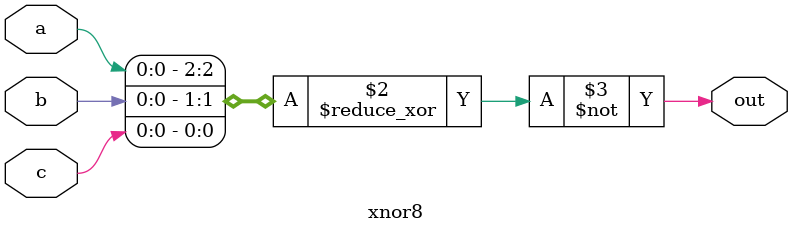
<source format=v>
module xnor8 (
  input a,
  input b,
  input c,
  output reg out
);

    always @(*) begin
        out = ~(^{a,b,c}); // XNOR using built-in operator
    end
    
    
endmodule

</source>
